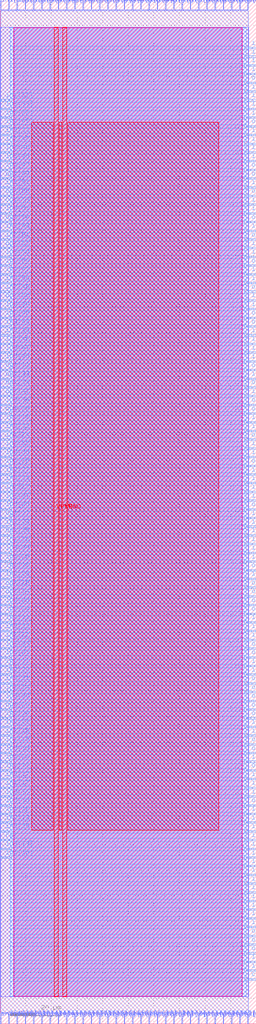
<source format=lef>
VERSION 5.7 ;
  NOWIREEXTENSIONATPIN ON ;
  DIVIDERCHAR "/" ;
  BUSBITCHARS "[]" ;
MACRO add3x64
  CLASS BLOCK ;
  FOREIGN add3x64 ;
  ORIGIN 0.000 0.000 ;
  SIZE 100.000 BY 400.000 ;
  PIN VGND
    DIRECTION INOUT ;
    USE GROUND ;
    PORT
      LAYER met4 ;
        RECT 24.340 10.640 25.940 389.200 ;
    END
  END VGND
  PIN VPWR
    DIRECTION INOUT ;
    USE POWER ;
    PORT
      LAYER met4 ;
        RECT 21.040 10.640 22.640 389.200 ;
    END
  END VPWR
  PIN clk
    DIRECTION INPUT ;
    USE SIGNAL ;
    ANTENNAGATEAREA 1.286700 ;
    ANTENNADIFFAREA 0.434700 ;
    PORT
      LAYER met3 ;
        RECT 96.000 17.040 100.000 17.640 ;
    END
  END clk
  PIN in1[0]
    DIRECTION INPUT ;
    USE SIGNAL ;
    ANTENNAGATEAREA 0.631200 ;
    ANTENNADIFFAREA 0.434700 ;
    PORT
      LAYER met3 ;
        RECT 96.000 37.440 100.000 38.040 ;
    END
  END in1[0]
  PIN in1[10]
    DIRECTION INPUT ;
    USE SIGNAL ;
    ANTENNAGATEAREA 0.593700 ;
    ANTENNADIFFAREA 0.434700 ;
    PORT
      LAYER met2 ;
        RECT 80.590 0.000 80.870 4.000 ;
    END
  END in1[10]
  PIN in1[11]
    DIRECTION INPUT ;
    USE SIGNAL ;
    ANTENNAGATEAREA 0.631200 ;
    ANTENNADIFFAREA 0.434700 ;
    PORT
      LAYER met2 ;
        RECT 54.830 0.000 55.110 4.000 ;
    END
  END in1[11]
  PIN in1[12]
    DIRECTION INPUT ;
    USE SIGNAL ;
    ANTENNAGATEAREA 0.631200 ;
    ANTENNADIFFAREA 0.434700 ;
    PORT
      LAYER met2 ;
        RECT 41.950 0.000 42.230 4.000 ;
    END
  END in1[12]
  PIN in1[13]
    DIRECTION INPUT ;
    USE SIGNAL ;
    ANTENNAGATEAREA 0.560700 ;
    ANTENNADIFFAREA 0.434700 ;
    PORT
      LAYER met2 ;
        RECT 25.850 0.000 26.130 4.000 ;
    END
  END in1[13]
  PIN in1[14]
    DIRECTION INPUT ;
    USE SIGNAL ;
    ANTENNAGATEAREA 0.647700 ;
    ANTENNADIFFAREA 0.434700 ;
    PORT
      LAYER met2 ;
        RECT 16.190 0.000 16.470 4.000 ;
    END
  END in1[14]
  PIN in1[15]
    DIRECTION INPUT ;
    USE SIGNAL ;
    ANTENNAGATEAREA 0.560700 ;
    ANTENNADIFFAREA 0.434700 ;
    PORT
      LAYER met2 ;
        RECT 3.310 0.000 3.590 4.000 ;
    END
  END in1[15]
  PIN in1[16]
    DIRECTION INPUT ;
    USE SIGNAL ;
    ANTENNAGATEAREA 0.647700 ;
    ANTENNADIFFAREA 0.434700 ;
    PORT
      LAYER met3 ;
        RECT 0.000 64.640 4.000 65.240 ;
    END
  END in1[16]
  PIN in1[17]
    DIRECTION INPUT ;
    USE SIGNAL ;
    ANTENNAGATEAREA 0.647700 ;
    ANTENNADIFFAREA 0.434700 ;
    PORT
      LAYER met3 ;
        RECT 0.000 91.840 4.000 92.440 ;
    END
  END in1[17]
  PIN in1[18]
    DIRECTION INPUT ;
    USE SIGNAL ;
    ANTENNAGATEAREA 0.647700 ;
    ANTENNADIFFAREA 0.434700 ;
    PORT
      LAYER met3 ;
        RECT 0.000 81.640 4.000 82.240 ;
    END
  END in1[18]
  PIN in1[19]
    DIRECTION INPUT ;
    USE SIGNAL ;
    ANTENNAGATEAREA 0.560700 ;
    ANTENNADIFFAREA 0.434700 ;
    PORT
      LAYER met3 ;
        RECT 0.000 108.840 4.000 109.440 ;
    END
  END in1[19]
  PIN in1[1]
    DIRECTION INPUT ;
    USE SIGNAL ;
    ANTENNAGATEAREA 0.593700 ;
    ANTENNADIFFAREA 0.434700 ;
    PORT
      LAYER met3 ;
        RECT 96.000 51.040 100.000 51.640 ;
    END
  END in1[1]
  PIN in1[20]
    DIRECTION INPUT ;
    USE SIGNAL ;
    ANTENNAGATEAREA 0.647700 ;
    ANTENNADIFFAREA 0.434700 ;
    PORT
      LAYER met3 ;
        RECT 0.000 102.040 4.000 102.640 ;
    END
  END in1[20]
  PIN in1[21]
    DIRECTION INPUT ;
    USE SIGNAL ;
    ANTENNAGATEAREA 0.647700 ;
    ANTENNADIFFAREA 0.434700 ;
    PORT
      LAYER met3 ;
        RECT 0.000 142.840 4.000 143.440 ;
    END
  END in1[21]
  PIN in1[22]
    DIRECTION INPUT ;
    USE SIGNAL ;
    ANTENNAGATEAREA 0.647700 ;
    ANTENNADIFFAREA 0.434700 ;
    PORT
      LAYER met3 ;
        RECT 0.000 156.440 4.000 157.040 ;
    END
  END in1[22]
  PIN in1[23]
    DIRECTION INPUT ;
    USE SIGNAL ;
    ANTENNAGATEAREA 0.647700 ;
    ANTENNADIFFAREA 0.434700 ;
    PORT
      LAYER met3 ;
        RECT 0.000 146.240 4.000 146.840 ;
    END
  END in1[23]
  PIN in1[24]
    DIRECTION INPUT ;
    USE SIGNAL ;
    ANTENNAGATEAREA 0.631200 ;
    ANTENNADIFFAREA 0.434700 ;
    PORT
      LAYER met3 ;
        RECT 0.000 119.040 4.000 119.640 ;
    END
  END in1[24]
  PIN in1[25]
    DIRECTION INPUT ;
    USE SIGNAL ;
    ANTENNAGATEAREA 0.631200 ;
    ANTENNADIFFAREA 0.434700 ;
    PORT
      LAYER met3 ;
        RECT 0.000 180.240 4.000 180.840 ;
    END
  END in1[25]
  PIN in1[26]
    DIRECTION INPUT ;
    USE SIGNAL ;
    ANTENNAGATEAREA 0.647700 ;
    ANTENNADIFFAREA 0.434700 ;
    PORT
      LAYER met3 ;
        RECT 0.000 187.040 4.000 187.640 ;
    END
  END in1[26]
  PIN in1[27]
    DIRECTION INPUT ;
    USE SIGNAL ;
    ANTENNAGATEAREA 0.560700 ;
    ANTENNADIFFAREA 0.434700 ;
    PORT
      LAYER met3 ;
        RECT 0.000 204.040 4.000 204.640 ;
    END
  END in1[27]
  PIN in1[28]
    DIRECTION INPUT ;
    USE SIGNAL ;
    ANTENNAGATEAREA 0.647700 ;
    ANTENNADIFFAREA 0.434700 ;
    PORT
      LAYER met3 ;
        RECT 0.000 193.840 4.000 194.440 ;
    END
  END in1[28]
  PIN in1[29]
    DIRECTION INPUT ;
    USE SIGNAL ;
    ANTENNAGATEAREA 0.593700 ;
    ANTENNADIFFAREA 0.434700 ;
    PORT
      LAYER met3 ;
        RECT 96.000 20.440 100.000 21.040 ;
    END
  END in1[29]
  PIN in1[2]
    DIRECTION INPUT ;
    USE SIGNAL ;
    ANTENNAGATEAREA 0.631200 ;
    ANTENNADIFFAREA 0.434700 ;
    PORT
      LAYER met3 ;
        RECT 96.000 139.440 100.000 140.040 ;
    END
  END in1[2]
  PIN in1[30]
    DIRECTION INPUT ;
    USE SIGNAL ;
    ANTENNAGATEAREA 0.647700 ;
    ANTENNADIFFAREA 0.434700 ;
    PORT
      LAYER met3 ;
        RECT 96.000 180.240 100.000 180.840 ;
    END
  END in1[30]
  PIN in1[31]
    DIRECTION INPUT ;
    USE SIGNAL ;
    ANTENNAGATEAREA 0.593700 ;
    ANTENNADIFFAREA 0.434700 ;
    PORT
      LAYER met3 ;
        RECT 96.000 380.840 100.000 381.440 ;
    END
  END in1[31]
  PIN in1[32]
    DIRECTION INPUT ;
    USE SIGNAL ;
    ANTENNAGATEAREA 0.647700 ;
    ANTENNADIFFAREA 0.434700 ;
    PORT
      LAYER met3 ;
        RECT 0.000 360.440 4.000 361.040 ;
    END
  END in1[32]
  PIN in1[33]
    DIRECTION INPUT ;
    USE SIGNAL ;
    ANTENNAGATEAREA 0.560700 ;
    ANTENNADIFFAREA 0.434700 ;
    PORT
      LAYER met3 ;
        RECT 0.000 357.040 4.000 357.640 ;
    END
  END in1[33]
  PIN in1[34]
    DIRECTION INPUT ;
    USE SIGNAL ;
    ANTENNAGATEAREA 0.560700 ;
    ANTENNADIFFAREA 0.434700 ;
    PORT
      LAYER met3 ;
        RECT 0.000 227.840 4.000 228.440 ;
    END
  END in1[34]
  PIN in1[35]
    DIRECTION INPUT ;
    USE SIGNAL ;
    ANTENNAGATEAREA 0.647700 ;
    ANTENNADIFFAREA 0.434700 ;
    PORT
      LAYER met3 ;
        RECT 0.000 217.640 4.000 218.240 ;
    END
  END in1[35]
  PIN in1[36]
    DIRECTION INPUT ;
    USE SIGNAL ;
    ANTENNAGATEAREA 0.647700 ;
    ANTENNADIFFAREA 0.434700 ;
    PORT
      LAYER met3 ;
        RECT 96.000 377.440 100.000 378.040 ;
    END
  END in1[36]
  PIN in1[37]
    DIRECTION INPUT ;
    USE SIGNAL ;
    ANTENNAGATEAREA 0.631200 ;
    ANTENNADIFFAREA 0.434700 ;
    PORT
      LAYER met3 ;
        RECT 96.000 207.440 100.000 208.040 ;
    END
  END in1[37]
  PIN in1[38]
    DIRECTION INPUT ;
    USE SIGNAL ;
    ANTENNAGATEAREA 0.647700 ;
    ANTENNADIFFAREA 0.434700 ;
    PORT
      LAYER met3 ;
        RECT 96.000 231.240 100.000 231.840 ;
    END
  END in1[38]
  PIN in1[39]
    DIRECTION INPUT ;
    USE SIGNAL ;
    ANTENNAGATEAREA 0.647700 ;
    ANTENNADIFFAREA 0.434700 ;
    PORT
      LAYER met3 ;
        RECT 96.000 370.640 100.000 371.240 ;
    END
  END in1[39]
  PIN in1[3]
    DIRECTION INPUT ;
    USE SIGNAL ;
    ANTENNAGATEAREA 0.631200 ;
    ANTENNADIFFAREA 0.434700 ;
    PORT
      LAYER met3 ;
        RECT 96.000 64.640 100.000 65.240 ;
    END
  END in1[3]
  PIN in1[40]
    DIRECTION INPUT ;
    USE SIGNAL ;
    ANTENNAGATEAREA 0.631200 ;
    ANTENNADIFFAREA 0.434700 ;
    PORT
      LAYER met3 ;
        RECT 96.000 251.640 100.000 252.240 ;
    END
  END in1[40]
  PIN in1[41]
    DIRECTION INPUT ;
    USE SIGNAL ;
    ANTENNAGATEAREA 0.593700 ;
    ANTENNADIFFAREA 0.434700 ;
    PORT
      LAYER met3 ;
        RECT 96.000 360.440 100.000 361.040 ;
    END
  END in1[41]
  PIN in1[42]
    DIRECTION INPUT ;
    USE SIGNAL ;
    ANTENNAGATEAREA 0.560700 ;
    ANTENNADIFFAREA 0.434700 ;
    PORT
      LAYER met3 ;
        RECT 96.000 357.040 100.000 357.640 ;
    END
  END in1[42]
  PIN in1[43]
    DIRECTION INPUT ;
    USE SIGNAL ;
    ANTENNAGATEAREA 0.631200 ;
    ANTENNADIFFAREA 0.434700 ;
    PORT
      LAYER met3 ;
        RECT 96.000 353.640 100.000 354.240 ;
    END
  END in1[43]
  PIN in1[44]
    DIRECTION INPUT ;
    USE SIGNAL ;
    ANTENNAGATEAREA 0.647700 ;
    ANTENNADIFFAREA 0.434700 ;
    PORT
      LAYER met2 ;
        RECT 58.050 396.000 58.330 400.000 ;
    END
  END in1[44]
  PIN in1[45]
    DIRECTION INPUT ;
    USE SIGNAL ;
    ANTENNAGATEAREA 0.647700 ;
    ANTENNADIFFAREA 0.434700 ;
    PORT
      LAYER met3 ;
        RECT 0.000 350.240 4.000 350.840 ;
    END
  END in1[45]
  PIN in1[46]
    DIRECTION INPUT ;
    USE SIGNAL ;
    ANTENNAGATEAREA 0.647700 ;
    ANTENNADIFFAREA 0.434700 ;
    PORT
      LAYER met3 ;
        RECT 0.000 336.640 4.000 337.240 ;
    END
  END in1[46]
  PIN in1[47]
    DIRECTION INPUT ;
    USE SIGNAL ;
    ANTENNAGATEAREA 0.647700 ;
    ANTENNADIFFAREA 0.434700 ;
    PORT
      LAYER met3 ;
        RECT 0.000 333.240 4.000 333.840 ;
    END
  END in1[47]
  PIN in1[48]
    DIRECTION INPUT ;
    USE SIGNAL ;
    ANTENNAGATEAREA 0.631200 ;
    ANTENNADIFFAREA 0.434700 ;
    PORT
      LAYER met3 ;
        RECT 0.000 309.440 4.000 310.040 ;
    END
  END in1[48]
  PIN in1[49]
    DIRECTION INPUT ;
    USE SIGNAL ;
    ANTENNAGATEAREA 0.631200 ;
    ANTENNADIFFAREA 0.434700 ;
    PORT
      LAYER met3 ;
        RECT 0.000 292.440 4.000 293.040 ;
    END
  END in1[49]
  PIN in1[4]
    DIRECTION INPUT ;
    USE SIGNAL ;
    ANTENNAGATEAREA 0.647700 ;
    ANTENNADIFFAREA 0.434700 ;
    PORT
      LAYER met3 ;
        RECT 96.000 57.840 100.000 58.440 ;
    END
  END in1[4]
  PIN in1[50]
    DIRECTION INPUT ;
    USE SIGNAL ;
    ANTENNAGATEAREA 0.647700 ;
    ANTENNADIFFAREA 0.434700 ;
    PORT
      LAYER met3 ;
        RECT 0.000 299.240 4.000 299.840 ;
    END
  END in1[50]
  PIN in1[51]
    DIRECTION INPUT ;
    USE SIGNAL ;
    ANTENNAGATEAREA 0.647700 ;
    ANTENNADIFFAREA 0.434700 ;
    PORT
      LAYER met3 ;
        RECT 0.000 326.440 4.000 327.040 ;
    END
  END in1[51]
  PIN in1[52]
    DIRECTION INPUT ;
    USE SIGNAL ;
    ANTENNAGATEAREA 0.631200 ;
    ANTENNADIFFAREA 0.434700 ;
    PORT
      LAYER met2 ;
        RECT 0.090 396.000 0.370 400.000 ;
    END
  END in1[52]
  PIN in1[53]
    DIRECTION INPUT ;
    USE SIGNAL ;
    ANTENNAGATEAREA 0.631200 ;
    ANTENNADIFFAREA 0.434700 ;
    PORT
      LAYER met2 ;
        RECT 9.750 396.000 10.030 400.000 ;
    END
  END in1[53]
  PIN in1[54]
    DIRECTION INPUT ;
    USE SIGNAL ;
    ANTENNAGATEAREA 0.647700 ;
    ANTENNADIFFAREA 0.434700 ;
    PORT
      LAYER met2 ;
        RECT 19.410 396.000 19.690 400.000 ;
    END
  END in1[54]
  PIN in1[55]
    DIRECTION INPUT ;
    USE SIGNAL ;
    ANTENNAGATEAREA 0.631200 ;
    ANTENNADIFFAREA 0.434700 ;
    PORT
      LAYER met2 ;
        RECT 29.070 396.000 29.350 400.000 ;
    END
  END in1[55]
  PIN in1[56]
    DIRECTION INPUT ;
    USE SIGNAL ;
    ANTENNAGATEAREA 0.631200 ;
    ANTENNADIFFAREA 0.434700 ;
    PORT
      LAYER met2 ;
        RECT 54.830 396.000 55.110 400.000 ;
    END
  END in1[56]
  PIN in1[57]
    DIRECTION INPUT ;
    USE SIGNAL ;
    ANTENNAGATEAREA 0.631200 ;
    ANTENNADIFFAREA 0.434700 ;
    PORT
      LAYER met2 ;
        RECT 70.930 396.000 71.210 400.000 ;
    END
  END in1[57]
  PIN in1[58]
    DIRECTION INPUT ;
    USE SIGNAL ;
    ANTENNAGATEAREA 0.631200 ;
    ANTENNADIFFAREA 0.434700 ;
    PORT
      LAYER met2 ;
        RECT 80.590 396.000 80.870 400.000 ;
    END
  END in1[58]
  PIN in1[59]
    DIRECTION INPUT ;
    USE SIGNAL ;
    ANTENNAGATEAREA 0.631200 ;
    ANTENNADIFFAREA 0.434700 ;
    PORT
      LAYER met2 ;
        RECT 87.030 396.000 87.310 400.000 ;
    END
  END in1[59]
  PIN in1[5]
    DIRECTION INPUT ;
    USE SIGNAL ;
    ANTENNAGATEAREA 0.647700 ;
    ANTENNADIFFAREA 0.434700 ;
    PORT
      LAYER met3 ;
        RECT 96.000 68.040 100.000 68.640 ;
    END
  END in1[5]
  PIN in1[60]
    DIRECTION INPUT ;
    USE SIGNAL ;
    ANTENNAGATEAREA 0.631200 ;
    ANTENNADIFFAREA 0.434700 ;
    PORT
      LAYER met3 ;
        RECT 96.000 336.640 100.000 337.240 ;
    END
  END in1[60]
  PIN in1[61]
    DIRECTION INPUT ;
    USE SIGNAL ;
    ANTENNAGATEAREA 0.631200 ;
    ANTENNADIFFAREA 0.434700 ;
    PORT
      LAYER met3 ;
        RECT 96.000 302.640 100.000 303.240 ;
    END
  END in1[61]
  PIN in1[62]
    DIRECTION INPUT ;
    USE SIGNAL ;
    ANTENNAGATEAREA 0.631200 ;
    ANTENNADIFFAREA 0.434700 ;
    PORT
      LAYER met3 ;
        RECT 96.000 346.840 100.000 347.440 ;
    END
  END in1[62]
  PIN in1[63]
    DIRECTION INPUT ;
    USE SIGNAL ;
    ANTENNAGATEAREA 0.631200 ;
    ANTENNADIFFAREA 0.434700 ;
    PORT
      LAYER met3 ;
        RECT 96.000 278.840 100.000 279.440 ;
    END
  END in1[63]
  PIN in1[6]
    DIRECTION INPUT ;
    USE SIGNAL ;
    ANTENNAGATEAREA 0.647700 ;
    ANTENNADIFFAREA 0.434700 ;
    PORT
      LAYER met3 ;
        RECT 96.000 74.840 100.000 75.440 ;
    END
  END in1[6]
  PIN in1[7]
    DIRECTION INPUT ;
    USE SIGNAL ;
    ANTENNAGATEAREA 0.631200 ;
    ANTENNADIFFAREA 0.434700 ;
    PORT
      LAYER met2 ;
        RECT 70.930 0.000 71.210 4.000 ;
    END
  END in1[7]
  PIN in1[8]
    DIRECTION INPUT ;
    USE SIGNAL ;
    ANTENNAGATEAREA 0.560700 ;
    ANTENNADIFFAREA 0.434700 ;
    PORT
      LAYER met3 ;
        RECT 96.000 78.240 100.000 78.840 ;
    END
  END in1[8]
  PIN in1[9]
    DIRECTION INPUT ;
    USE SIGNAL ;
    ANTENNAGATEAREA 0.560700 ;
    ANTENNADIFFAREA 0.434700 ;
    PORT
      LAYER met2 ;
        RECT 96.690 0.000 96.970 4.000 ;
    END
  END in1[9]
  PIN in2[0]
    DIRECTION INPUT ;
    USE SIGNAL ;
    ANTENNAGATEAREA 0.631200 ;
    ANTENNADIFFAREA 0.434700 ;
    PORT
      LAYER met3 ;
        RECT 96.000 40.840 100.000 41.440 ;
    END
  END in2[0]
  PIN in2[10]
    DIRECTION INPUT ;
    USE SIGNAL ;
    ANTENNAGATEAREA 0.593700 ;
    ANTENNADIFFAREA 0.434700 ;
    PORT
      LAYER met2 ;
        RECT 87.030 0.000 87.310 4.000 ;
    END
  END in2[10]
  PIN in2[11]
    DIRECTION INPUT ;
    USE SIGNAL ;
    ANTENNAGATEAREA 0.631200 ;
    ANTENNADIFFAREA 0.434700 ;
    PORT
      LAYER met2 ;
        RECT 64.490 0.000 64.770 4.000 ;
    END
  END in2[11]
  PIN in2[12]
    DIRECTION INPUT ;
    USE SIGNAL ;
    ANTENNAGATEAREA 0.631200 ;
    ANTENNADIFFAREA 0.434700 ;
    PORT
      LAYER met2 ;
        RECT 35.510 0.000 35.790 4.000 ;
    END
  END in2[12]
  PIN in2[13]
    DIRECTION INPUT ;
    USE SIGNAL ;
    ANTENNAGATEAREA 0.560700 ;
    ANTENNADIFFAREA 0.434700 ;
    PORT
      LAYER met2 ;
        RECT 29.070 0.000 29.350 4.000 ;
    END
  END in2[13]
  PIN in2[14]
    DIRECTION INPUT ;
    USE SIGNAL ;
    ANTENNAGATEAREA 0.647700 ;
    ANTENNADIFFAREA 0.434700 ;
    PORT
      LAYER met2 ;
        RECT 19.410 0.000 19.690 4.000 ;
    END
  END in2[14]
  PIN in2[15]
    DIRECTION INPUT ;
    USE SIGNAL ;
    ANTENNAGATEAREA 0.560700 ;
    ANTENNADIFFAREA 0.434700 ;
    PORT
      LAYER met2 ;
        RECT 9.750 0.000 10.030 4.000 ;
    END
  END in2[15]
  PIN in2[16]
    DIRECTION INPUT ;
    USE SIGNAL ;
    ANTENNAGATEAREA 0.647700 ;
    ANTENNADIFFAREA 0.434700 ;
    PORT
      LAYER met3 ;
        RECT 0.000 88.440 4.000 89.040 ;
    END
  END in2[16]
  PIN in2[17]
    DIRECTION INPUT ;
    USE SIGNAL ;
    ANTENNAGATEAREA 0.647700 ;
    ANTENNADIFFAREA 0.434700 ;
    PORT
      LAYER met3 ;
        RECT 0.000 95.240 4.000 95.840 ;
    END
  END in2[17]
  PIN in2[18]
    DIRECTION INPUT ;
    USE SIGNAL ;
    ANTENNAGATEAREA 0.647700 ;
    ANTENNADIFFAREA 0.434700 ;
    PORT
      LAYER met3 ;
        RECT 0.000 78.240 4.000 78.840 ;
    END
  END in2[18]
  PIN in2[19]
    DIRECTION INPUT ;
    USE SIGNAL ;
    ANTENNAGATEAREA 0.560700 ;
    ANTENNADIFFAREA 0.434700 ;
    PORT
      LAYER met3 ;
        RECT 0.000 112.240 4.000 112.840 ;
    END
  END in2[19]
  PIN in2[1]
    DIRECTION INPUT ;
    USE SIGNAL ;
    ANTENNAGATEAREA 0.593700 ;
    ANTENNADIFFAREA 0.434700 ;
    PORT
      LAYER met3 ;
        RECT 96.000 47.640 100.000 48.240 ;
    END
  END in2[1]
  PIN in2[20]
    DIRECTION INPUT ;
    USE SIGNAL ;
    ANTENNAGATEAREA 0.647700 ;
    ANTENNADIFFAREA 0.434700 ;
    PORT
      LAYER met3 ;
        RECT 0.000 136.040 4.000 136.640 ;
    END
  END in2[20]
  PIN in2[21]
    DIRECTION INPUT ;
    USE SIGNAL ;
    ANTENNAGATEAREA 0.647700 ;
    ANTENNADIFFAREA 0.434700 ;
    PORT
      LAYER met3 ;
        RECT 0.000 115.640 4.000 116.240 ;
    END
  END in2[21]
  PIN in2[22]
    DIRECTION INPUT ;
    USE SIGNAL ;
    ANTENNAGATEAREA 0.560700 ;
    ANTENNADIFFAREA 0.434700 ;
    PORT
      LAYER met3 ;
        RECT 0.000 153.040 4.000 153.640 ;
    END
  END in2[22]
  PIN in2[23]
    DIRECTION INPUT ;
    USE SIGNAL ;
    ANTENNAGATEAREA 0.647700 ;
    ANTENNADIFFAREA 0.434700 ;
    PORT
      LAYER met3 ;
        RECT 0.000 149.640 4.000 150.240 ;
    END
  END in2[23]
  PIN in2[24]
    DIRECTION INPUT ;
    USE SIGNAL ;
    ANTENNAGATEAREA 0.631200 ;
    ANTENNADIFFAREA 0.434700 ;
    PORT
      LAYER met3 ;
        RECT 0.000 129.240 4.000 129.840 ;
    END
  END in2[24]
  PIN in2[25]
    DIRECTION INPUT ;
    USE SIGNAL ;
    ANTENNAGATEAREA 0.560700 ;
    ANTENNADIFFAREA 0.434700 ;
    PORT
      LAYER met3 ;
        RECT 0.000 74.840 4.000 75.440 ;
    END
  END in2[25]
  PIN in2[26]
    DIRECTION INPUT ;
    USE SIGNAL ;
    ANTENNAGATEAREA 0.647700 ;
    ANTENNADIFFAREA 0.434700 ;
    PORT
      LAYER met3 ;
        RECT 0.000 163.240 4.000 163.840 ;
    END
  END in2[26]
  PIN in2[27]
    DIRECTION INPUT ;
    USE SIGNAL ;
    ANTENNAGATEAREA 0.647700 ;
    ANTENNADIFFAREA 0.434700 ;
    PORT
      LAYER met3 ;
        RECT 0.000 214.240 4.000 214.840 ;
    END
  END in2[27]
  PIN in2[28]
    DIRECTION INPUT ;
    USE SIGNAL ;
    ANTENNAGATEAREA 0.647700 ;
    ANTENNADIFFAREA 0.434700 ;
    PORT
      LAYER met3 ;
        RECT 0.000 173.440 4.000 174.040 ;
    END
  END in2[28]
  PIN in2[29]
    DIRECTION INPUT ;
    USE SIGNAL ;
    ANTENNAGATEAREA 0.560700 ;
    ANTENNADIFFAREA 0.434700 ;
    PORT
      LAYER met3 ;
        RECT 96.000 190.440 100.000 191.040 ;
    END
  END in2[29]
  PIN in2[2]
    DIRECTION INPUT ;
    USE SIGNAL ;
    ANTENNAGATEAREA 0.631200 ;
    ANTENNADIFFAREA 0.434700 ;
    PORT
      LAYER met3 ;
        RECT 96.000 153.040 100.000 153.640 ;
    END
  END in2[2]
  PIN in2[30]
    DIRECTION INPUT ;
    USE SIGNAL ;
    ANTENNAGATEAREA 0.647700 ;
    ANTENNADIFFAREA 0.434700 ;
    PORT
      LAYER met3 ;
        RECT 96.000 183.640 100.000 184.240 ;
    END
  END in2[30]
  PIN in2[31]
    DIRECTION INPUT ;
    USE SIGNAL ;
    ANTENNAGATEAREA 0.560700 ;
    ANTENNADIFFAREA 0.434700 ;
    PORT
      LAYER met3 ;
        RECT 96.000 193.840 100.000 194.440 ;
    END
  END in2[31]
  PIN in2[32]
    DIRECTION INPUT ;
    USE SIGNAL ;
    ANTENNAGATEAREA 0.560700 ;
    ANTENNADIFFAREA 0.434700 ;
    PORT
      LAYER met3 ;
        RECT 0.000 224.440 4.000 225.040 ;
    END
  END in2[32]
  PIN in2[33]
    DIRECTION INPUT ;
    USE SIGNAL ;
    ANTENNAGATEAREA 0.560700 ;
    ANTENNADIFFAREA 0.434700 ;
    PORT
      LAYER met3 ;
        RECT 0.000 346.840 4.000 347.440 ;
    END
  END in2[33]
  PIN in2[34]
    DIRECTION INPUT ;
    USE SIGNAL ;
    ANTENNAGATEAREA 0.560700 ;
    ANTENNADIFFAREA 0.434700 ;
    PORT
      LAYER met3 ;
        RECT 0.000 241.440 4.000 242.040 ;
    END
  END in2[34]
  PIN in2[35]
    DIRECTION INPUT ;
    USE SIGNAL ;
    ANTENNAGATEAREA 0.647700 ;
    ANTENNADIFFAREA 0.434700 ;
    PORT
      LAYER met3 ;
        RECT 0.000 221.040 4.000 221.640 ;
    END
  END in2[35]
  PIN in2[36]
    DIRECTION INPUT ;
    USE SIGNAL ;
    ANTENNAGATEAREA 0.631200 ;
    ANTENNADIFFAREA 0.434700 ;
    PORT
      LAYER met3 ;
        RECT 96.000 210.840 100.000 211.440 ;
    END
  END in2[36]
  PIN in2[37]
    DIRECTION INPUT ;
    USE SIGNAL ;
    ANTENNAGATEAREA 0.631200 ;
    ANTENNADIFFAREA 0.434700 ;
    PORT
      LAYER met3 ;
        RECT 96.000 204.040 100.000 204.640 ;
    END
  END in2[37]
  PIN in2[38]
    DIRECTION INPUT ;
    USE SIGNAL ;
    ANTENNAGATEAREA 0.647700 ;
    ANTENNADIFFAREA 0.434700 ;
    PORT
      LAYER met3 ;
        RECT 96.000 244.840 100.000 245.440 ;
    END
  END in2[38]
  PIN in2[39]
    DIRECTION INPUT ;
    USE SIGNAL ;
    ANTENNAGATEAREA 0.631200 ;
    ANTENNADIFFAREA 0.434700 ;
    PORT
      LAYER met3 ;
        RECT 96.000 234.640 100.000 235.240 ;
    END
  END in2[39]
  PIN in2[3]
    DIRECTION INPUT ;
    USE SIGNAL ;
    ANTENNAGATEAREA 0.631200 ;
    ANTENNADIFFAREA 0.434700 ;
    PORT
      LAYER met3 ;
        RECT 96.000 71.440 100.000 72.040 ;
    END
  END in2[3]
  PIN in2[40]
    DIRECTION INPUT ;
    USE SIGNAL ;
    ANTENNAGATEAREA 0.647700 ;
    ANTENNADIFFAREA 0.434700 ;
    PORT
      LAYER met3 ;
        RECT 96.000 363.840 100.000 364.440 ;
    END
  END in2[40]
  PIN in2[41]
    DIRECTION INPUT ;
    USE SIGNAL ;
    ANTENNAGATEAREA 0.593700 ;
    ANTENNADIFFAREA 0.434700 ;
    PORT
      LAYER met3 ;
        RECT 96.000 261.840 100.000 262.440 ;
    END
  END in2[41]
  PIN in2[42]
    DIRECTION INPUT ;
    USE SIGNAL ;
    ANTENNAGATEAREA 0.631200 ;
    ANTENNADIFFAREA 0.434700 ;
    PORT
      LAYER met3 ;
        RECT 96.000 268.640 100.000 269.240 ;
    END
  END in2[42]
  PIN in2[43]
    DIRECTION INPUT ;
    USE SIGNAL ;
    ANTENNAGATEAREA 0.631200 ;
    ANTENNADIFFAREA 0.434700 ;
    PORT
      LAYER met3 ;
        RECT 96.000 299.240 100.000 299.840 ;
    END
  END in2[43]
  PIN in2[44]
    DIRECTION INPUT ;
    USE SIGNAL ;
    ANTENNAGATEAREA 0.647700 ;
    ANTENNADIFFAREA 0.434700 ;
    PORT
      LAYER met2 ;
        RECT 41.950 396.000 42.230 400.000 ;
    END
  END in2[44]
  PIN in2[45]
    DIRECTION INPUT ;
    USE SIGNAL ;
    ANTENNAGATEAREA 0.560700 ;
    ANTENNADIFFAREA 0.434700 ;
    PORT
      LAYER met3 ;
        RECT 0.000 275.440 4.000 276.040 ;
    END
  END in2[45]
  PIN in2[46]
    DIRECTION INPUT ;
    USE SIGNAL ;
    ANTENNAGATEAREA 0.647700 ;
    ANTENNADIFFAREA 0.434700 ;
    PORT
      LAYER met3 ;
        RECT 0.000 340.040 4.000 340.640 ;
    END
  END in2[46]
  PIN in2[47]
    DIRECTION INPUT ;
    USE SIGNAL ;
    ANTENNAGATEAREA 0.560700 ;
    ANTENNADIFFAREA 0.434700 ;
    PORT
      LAYER met3 ;
        RECT 0.000 261.840 4.000 262.440 ;
    END
  END in2[47]
  PIN in2[48]
    DIRECTION INPUT ;
    USE SIGNAL ;
    ANTENNAGATEAREA 0.631200 ;
    ANTENNADIFFAREA 0.434700 ;
    PORT
      LAYER met3 ;
        RECT 0.000 268.640 4.000 269.240 ;
    END
  END in2[48]
  PIN in2[49]
    DIRECTION INPUT ;
    USE SIGNAL ;
    ANTENNAGATEAREA 0.631200 ;
    ANTENNADIFFAREA 0.434700 ;
    PORT
      LAYER met3 ;
        RECT 0.000 278.840 4.000 279.440 ;
    END
  END in2[49]
  PIN in2[4]
    DIRECTION INPUT ;
    USE SIGNAL ;
    ANTENNAGATEAREA 0.647700 ;
    ANTENNADIFFAREA 0.434700 ;
    PORT
      LAYER met3 ;
        RECT 96.000 54.440 100.000 55.040 ;
    END
  END in2[4]
  PIN in2[50]
    DIRECTION INPUT ;
    USE SIGNAL ;
    ANTENNAGATEAREA 0.647700 ;
    ANTENNADIFFAREA 0.434700 ;
    PORT
      LAYER met3 ;
        RECT 0.000 295.840 4.000 296.440 ;
    END
  END in2[50]
  PIN in2[51]
    DIRECTION INPUT ;
    USE SIGNAL ;
    ANTENNAGATEAREA 0.647700 ;
    ANTENNADIFFAREA 0.434700 ;
    PORT
      LAYER met3 ;
        RECT 0.000 316.240 4.000 316.840 ;
    END
  END in2[51]
  PIN in2[52]
    DIRECTION INPUT ;
    USE SIGNAL ;
    ANTENNAGATEAREA 0.631200 ;
    ANTENNADIFFAREA 0.434700 ;
    PORT
      LAYER met2 ;
        RECT 3.310 396.000 3.590 400.000 ;
    END
  END in2[52]
  PIN in2[53]
    DIRECTION INPUT ;
    USE SIGNAL ;
    ANTENNAGATEAREA 0.631200 ;
    ANTENNADIFFAREA 0.434700 ;
    PORT
      LAYER met2 ;
        RECT 12.970 396.000 13.250 400.000 ;
    END
  END in2[53]
  PIN in2[54]
    DIRECTION INPUT ;
    USE SIGNAL ;
    ANTENNAGATEAREA 0.647700 ;
    ANTENNADIFFAREA 0.434700 ;
    PORT
      LAYER met2 ;
        RECT 25.850 396.000 26.130 400.000 ;
    END
  END in2[54]
  PIN in2[55]
    DIRECTION INPUT ;
    USE SIGNAL ;
    ANTENNAGATEAREA 0.631200 ;
    ANTENNADIFFAREA 0.434700 ;
    PORT
      LAYER met2 ;
        RECT 32.290 396.000 32.570 400.000 ;
    END
  END in2[55]
  PIN in2[56]
    DIRECTION INPUT ;
    USE SIGNAL ;
    ANTENNAGATEAREA 0.631200 ;
    ANTENNADIFFAREA 0.434700 ;
    PORT
      LAYER met2 ;
        RECT 51.610 396.000 51.890 400.000 ;
    END
  END in2[56]
  PIN in2[57]
    DIRECTION INPUT ;
    USE SIGNAL ;
    ANTENNAGATEAREA 0.631200 ;
    ANTENNADIFFAREA 0.434700 ;
    PORT
      LAYER met2 ;
        RECT 67.710 396.000 67.990 400.000 ;
    END
  END in2[57]
  PIN in2[58]
    DIRECTION INPUT ;
    USE SIGNAL ;
    ANTENNAGATEAREA 0.631200 ;
    ANTENNADIFFAREA 0.434700 ;
    PORT
      LAYER met2 ;
        RECT 83.810 396.000 84.090 400.000 ;
    END
  END in2[58]
  PIN in2[59]
    DIRECTION INPUT ;
    USE SIGNAL ;
    ANTENNAGATEAREA 0.631200 ;
    ANTENNADIFFAREA 0.434700 ;
    PORT
      LAYER met2 ;
        RECT 93.470 396.000 93.750 400.000 ;
    END
  END in2[59]
  PIN in2[5]
    DIRECTION INPUT ;
    USE SIGNAL ;
    ANTENNAGATEAREA 0.647700 ;
    ANTENNADIFFAREA 0.434700 ;
    PORT
      LAYER met3 ;
        RECT 96.000 115.640 100.000 116.240 ;
    END
  END in2[5]
  PIN in2[60]
    DIRECTION INPUT ;
    USE SIGNAL ;
    ANTENNAGATEAREA 0.631200 ;
    ANTENNADIFFAREA 0.434700 ;
    PORT
      LAYER met3 ;
        RECT 96.000 340.040 100.000 340.640 ;
    END
  END in2[60]
  PIN in2[61]
    DIRECTION INPUT ;
    USE SIGNAL ;
    ANTENNAGATEAREA 0.631200 ;
    ANTENNADIFFAREA 0.434700 ;
    PORT
      LAYER met3 ;
        RECT 96.000 343.440 100.000 344.040 ;
    END
  END in2[61]
  PIN in2[62]
    DIRECTION INPUT ;
    USE SIGNAL ;
    ANTENNAGATEAREA 0.631200 ;
    ANTENNADIFFAREA 0.434700 ;
    PORT
      LAYER met3 ;
        RECT 96.000 319.640 100.000 320.240 ;
    END
  END in2[62]
  PIN in2[63]
    DIRECTION INPUT ;
    USE SIGNAL ;
    ANTENNAGATEAREA 0.631200 ;
    ANTENNADIFFAREA 0.434700 ;
    PORT
      LAYER met3 ;
        RECT 96.000 292.440 100.000 293.040 ;
    END
  END in2[63]
  PIN in2[6]
    DIRECTION INPUT ;
    USE SIGNAL ;
    ANTENNAGATEAREA 0.647700 ;
    ANTENNADIFFAREA 0.434700 ;
    PORT
      LAYER met3 ;
        RECT 96.000 102.040 100.000 102.640 ;
    END
  END in2[6]
  PIN in2[7]
    DIRECTION INPUT ;
    USE SIGNAL ;
    ANTENNAGATEAREA 0.631200 ;
    ANTENNADIFFAREA 0.434700 ;
    PORT
      LAYER met2 ;
        RECT 67.710 0.000 67.990 4.000 ;
    END
  END in2[7]
  PIN in2[8]
    DIRECTION INPUT ;
    USE SIGNAL ;
    ANTENNAGATEAREA 0.560700 ;
    ANTENNADIFFAREA 0.434700 ;
    PORT
      LAYER met3 ;
        RECT 96.000 88.440 100.000 89.040 ;
    END
  END in2[8]
  PIN in2[9]
    DIRECTION INPUT ;
    USE SIGNAL ;
    ANTENNAGATEAREA 0.560700 ;
    ANTENNADIFFAREA 0.434700 ;
    PORT
      LAYER met2 ;
        RECT 93.470 0.000 93.750 4.000 ;
    END
  END in2[9]
  PIN in3[0]
    DIRECTION INPUT ;
    USE SIGNAL ;
    ANTENNAGATEAREA 0.631200 ;
    ANTENNADIFFAREA 0.434700 ;
    PORT
      LAYER met3 ;
        RECT 96.000 23.840 100.000 24.440 ;
    END
  END in3[0]
  PIN in3[10]
    DIRECTION INPUT ;
    USE SIGNAL ;
    ANTENNAGATEAREA 0.647700 ;
    ANTENNADIFFAREA 0.434700 ;
    PORT
      LAYER met2 ;
        RECT 83.810 0.000 84.090 4.000 ;
    END
  END in3[10]
  PIN in3[11]
    DIRECTION INPUT ;
    USE SIGNAL ;
    ANTENNAGATEAREA 0.631200 ;
    ANTENNADIFFAREA 0.434700 ;
    PORT
      LAYER met2 ;
        RECT 74.150 0.000 74.430 4.000 ;
    END
  END in3[11]
  PIN in3[12]
    DIRECTION INPUT ;
    USE SIGNAL ;
    ANTENNAGATEAREA 0.631200 ;
    ANTENNADIFFAREA 0.434700 ;
    PORT
      LAYER met2 ;
        RECT 38.730 0.000 39.010 4.000 ;
    END
  END in3[12]
  PIN in3[13]
    DIRECTION INPUT ;
    USE SIGNAL ;
    ANTENNAGATEAREA 0.631200 ;
    ANTENNADIFFAREA 0.434700 ;
    PORT
      LAYER met2 ;
        RECT 22.630 0.000 22.910 4.000 ;
    END
  END in3[13]
  PIN in3[14]
    DIRECTION INPUT ;
    USE SIGNAL ;
    ANTENNAGATEAREA 0.560700 ;
    ANTENNADIFFAREA 0.434700 ;
    PORT
      LAYER met2 ;
        RECT 12.970 0.000 13.250 4.000 ;
    END
  END in3[14]
  PIN in3[15]
    DIRECTION INPUT ;
    USE SIGNAL ;
    ANTENNAGATEAREA 0.631200 ;
    ANTENNADIFFAREA 0.434700 ;
    PORT
      LAYER met2 ;
        RECT 0.090 0.000 0.370 4.000 ;
    END
  END in3[15]
  PIN in3[16]
    DIRECTION INPUT ;
    USE SIGNAL ;
    ANTENNAGATEAREA 0.631200 ;
    ANTENNADIFFAREA 0.434700 ;
    PORT
      LAYER met3 ;
        RECT 0.000 85.040 4.000 85.640 ;
    END
  END in3[16]
  PIN in3[17]
    DIRECTION INPUT ;
    USE SIGNAL ;
    ANTENNAGATEAREA 0.631200 ;
    ANTENNADIFFAREA 0.434700 ;
    PORT
      LAYER met3 ;
        RECT 0.000 98.640 4.000 99.240 ;
    END
  END in3[17]
  PIN in3[18]
    DIRECTION INPUT ;
    USE SIGNAL ;
    ANTENNAGATEAREA 0.631200 ;
    ANTENNADIFFAREA 0.434700 ;
    PORT
      LAYER met3 ;
        RECT 0.000 105.440 4.000 106.040 ;
    END
  END in3[18]
  PIN in3[19]
    DIRECTION INPUT ;
    USE SIGNAL ;
    ANTENNAGATEAREA 0.631200 ;
    ANTENNADIFFAREA 0.434700 ;
    PORT
      LAYER met3 ;
        RECT 0.000 68.040 4.000 68.640 ;
    END
  END in3[19]
  PIN in3[1]
    DIRECTION INPUT ;
    USE SIGNAL ;
    ANTENNAGATEAREA 0.631200 ;
    ANTENNADIFFAREA 0.434700 ;
    PORT
      LAYER met3 ;
        RECT 96.000 44.240 100.000 44.840 ;
    END
  END in3[1]
  PIN in3[20]
    DIRECTION INPUT ;
    USE SIGNAL ;
    ANTENNAGATEAREA 0.631200 ;
    ANTENNADIFFAREA 0.434700 ;
    PORT
      LAYER met3 ;
        RECT 0.000 125.840 4.000 126.440 ;
    END
  END in3[20]
  PIN in3[21]
    DIRECTION INPUT ;
    USE SIGNAL ;
    ANTENNAGATEAREA 0.631200 ;
    ANTENNADIFFAREA 0.434700 ;
    PORT
      LAYER met3 ;
        RECT 0.000 132.640 4.000 133.240 ;
    END
  END in3[21]
  PIN in3[22]
    DIRECTION INPUT ;
    USE SIGNAL ;
    ANTENNAGATEAREA 0.560700 ;
    ANTENNADIFFAREA 0.434700 ;
    PORT
      LAYER met3 ;
        RECT 96.000 156.440 100.000 157.040 ;
    END
  END in3[22]
  PIN in3[23]
    DIRECTION INPUT ;
    USE SIGNAL ;
    ANTENNAGATEAREA 0.631200 ;
    ANTENNADIFFAREA 0.434700 ;
    PORT
      LAYER met3 ;
        RECT 0.000 139.440 4.000 140.040 ;
    END
  END in3[23]
  PIN in3[24]
    DIRECTION INPUT ;
    USE SIGNAL ;
    ANTENNAGATEAREA 0.631200 ;
    ANTENNADIFFAREA 0.434700 ;
    PORT
      LAYER met3 ;
        RECT 0.000 159.840 4.000 160.440 ;
    END
  END in3[24]
  PIN in3[25]
    DIRECTION INPUT ;
    USE SIGNAL ;
    ANTENNAGATEAREA 0.631200 ;
    ANTENNADIFFAREA 0.434700 ;
    PORT
      LAYER met3 ;
        RECT 0.000 176.840 4.000 177.440 ;
    END
  END in3[25]
  PIN in3[26]
    DIRECTION INPUT ;
    USE SIGNAL ;
    ANTENNAGATEAREA 0.631200 ;
    ANTENNADIFFAREA 0.434700 ;
    PORT
      LAYER met3 ;
        RECT 0.000 200.640 4.000 201.240 ;
    END
  END in3[26]
  PIN in3[27]
    DIRECTION INPUT ;
    USE SIGNAL ;
    ANTENNAGATEAREA 0.631200 ;
    ANTENNADIFFAREA 0.434700 ;
    PORT
      LAYER met3 ;
        RECT 0.000 207.440 4.000 208.040 ;
    END
  END in3[27]
  PIN in3[28]
    DIRECTION INPUT ;
    USE SIGNAL ;
    ANTENNAGATEAREA 0.631200 ;
    ANTENNADIFFAREA 0.434700 ;
    PORT
      LAYER met3 ;
        RECT 0.000 183.640 4.000 184.240 ;
    END
  END in3[28]
  PIN in3[29]
    DIRECTION INPUT ;
    USE SIGNAL ;
    ANTENNAGATEAREA 0.631200 ;
    ANTENNADIFFAREA 0.434700 ;
    PORT
      LAYER met3 ;
        RECT 96.000 173.440 100.000 174.040 ;
    END
  END in3[29]
  PIN in3[2]
    DIRECTION INPUT ;
    USE SIGNAL ;
    ANTENNAGATEAREA 0.631200 ;
    ANTENNADIFFAREA 0.434700 ;
    PORT
      LAYER met3 ;
        RECT 96.000 149.640 100.000 150.240 ;
    END
  END in3[2]
  PIN in3[30]
    DIRECTION INPUT ;
    USE SIGNAL ;
    ANTENNAGATEAREA 0.631200 ;
    ANTENNADIFFAREA 0.434700 ;
    PORT
      LAYER met3 ;
        RECT 96.000 187.040 100.000 187.640 ;
    END
  END in3[30]
  PIN in3[31]
    DIRECTION INPUT ;
    USE SIGNAL ;
    ANTENNAGATEAREA 0.631200 ;
    ANTENNADIFFAREA 0.434700 ;
    PORT
      LAYER met3 ;
        RECT 96.000 197.240 100.000 197.840 ;
    END
  END in3[31]
  PIN in3[32]
    DIRECTION INPUT ;
    USE SIGNAL ;
    ANTENNAGATEAREA 0.631200 ;
    ANTENNADIFFAREA 0.434700 ;
    PORT
      LAYER met3 ;
        RECT 0.000 231.240 4.000 231.840 ;
    END
  END in3[32]
  PIN in3[33]
    DIRECTION INPUT ;
    USE SIGNAL ;
    ANTENNAGATEAREA 0.631200 ;
    ANTENNADIFFAREA 0.434700 ;
    PORT
      LAYER met3 ;
        RECT 0.000 353.640 4.000 354.240 ;
    END
  END in3[33]
  PIN in3[34]
    DIRECTION INPUT ;
    USE SIGNAL ;
    ANTENNAGATEAREA 0.631200 ;
    ANTENNADIFFAREA 0.434700 ;
    PORT
      LAYER met3 ;
        RECT 0.000 210.840 4.000 211.440 ;
    END
  END in3[34]
  PIN in3[35]
    DIRECTION INPUT ;
    USE SIGNAL ;
    ANTENNAGATEAREA 0.631200 ;
    ANTENNADIFFAREA 0.434700 ;
    PORT
      LAYER met3 ;
        RECT 0.000 234.640 4.000 235.240 ;
    END
  END in3[35]
  PIN in3[36]
    DIRECTION INPUT ;
    USE SIGNAL ;
    ANTENNAGATEAREA 0.631200 ;
    ANTENNADIFFAREA 0.434700 ;
    PORT
      LAYER met3 ;
        RECT 96.000 214.240 100.000 214.840 ;
    END
  END in3[36]
  PIN in3[37]
    DIRECTION INPUT ;
    USE SIGNAL ;
    ANTENNAGATEAREA 0.631200 ;
    ANTENNADIFFAREA 0.434700 ;
    PORT
      LAYER met3 ;
        RECT 96.000 221.040 100.000 221.640 ;
    END
  END in3[37]
  PIN in3[38]
    DIRECTION INPUT ;
    USE SIGNAL ;
    ANTENNAGATEAREA 0.631200 ;
    ANTENNADIFFAREA 0.434700 ;
    PORT
      LAYER met3 ;
        RECT 96.000 224.440 100.000 225.040 ;
    END
  END in3[38]
  PIN in3[39]
    DIRECTION INPUT ;
    USE SIGNAL ;
    ANTENNAGATEAREA 0.631200 ;
    ANTENNADIFFAREA 0.434700 ;
    PORT
      LAYER met3 ;
        RECT 96.000 258.440 100.000 259.040 ;
    END
  END in3[39]
  PIN in3[3]
    DIRECTION INPUT ;
    USE SIGNAL ;
    ANTENNAGATEAREA 0.631200 ;
    ANTENNADIFFAREA 0.434700 ;
    PORT
      LAYER met3 ;
        RECT 96.000 61.240 100.000 61.840 ;
    END
  END in3[3]
  PIN in3[40]
    DIRECTION INPUT ;
    USE SIGNAL ;
    ANTENNAGATEAREA 0.560700 ;
    ANTENNADIFFAREA 0.434700 ;
    PORT
      LAYER met3 ;
        RECT 96.000 374.040 100.000 374.640 ;
    END
  END in3[40]
  PIN in3[41]
    DIRECTION INPUT ;
    USE SIGNAL ;
    ANTENNAGATEAREA 0.631200 ;
    ANTENNADIFFAREA 0.434700 ;
    PORT
      LAYER met3 ;
        RECT 96.000 265.240 100.000 265.840 ;
    END
  END in3[41]
  PIN in3[42]
    DIRECTION INPUT ;
    USE SIGNAL ;
    ANTENNAGATEAREA 0.631200 ;
    ANTENNADIFFAREA 0.434700 ;
    PORT
      LAYER met3 ;
        RECT 96.000 326.440 100.000 327.040 ;
    END
  END in3[42]
  PIN in3[43]
    DIRECTION INPUT ;
    USE SIGNAL ;
    ANTENNAGATEAREA 0.631200 ;
    ANTENNADIFFAREA 0.434700 ;
    PORT
      LAYER met3 ;
        RECT 96.000 289.040 100.000 289.640 ;
    END
  END in3[43]
  PIN in3[44]
    DIRECTION INPUT ;
    USE SIGNAL ;
    ANTENNAGATEAREA 0.631200 ;
    ANTENNADIFFAREA 0.434700 ;
    PORT
      LAYER met2 ;
        RECT 45.170 396.000 45.450 400.000 ;
    END
  END in3[44]
  PIN in3[45]
    DIRECTION INPUT ;
    USE SIGNAL ;
    ANTENNAGATEAREA 0.647700 ;
    ANTENNADIFFAREA 0.434700 ;
    PORT
      LAYER met3 ;
        RECT 0.000 272.040 4.000 272.640 ;
    END
  END in3[45]
  PIN in3[46]
    DIRECTION INPUT ;
    USE SIGNAL ;
    ANTENNAGATEAREA 0.631200 ;
    ANTENNADIFFAREA 0.434700 ;
    PORT
      LAYER met3 ;
        RECT 0.000 258.440 4.000 259.040 ;
    END
  END in3[46]
  PIN in3[47]
    DIRECTION INPUT ;
    USE SIGNAL ;
    ANTENNAGATEAREA 0.631200 ;
    ANTENNADIFFAREA 0.434700 ;
    PORT
      LAYER met3 ;
        RECT 0.000 343.440 4.000 344.040 ;
    END
  END in3[47]
  PIN in3[48]
    DIRECTION INPUT ;
    USE SIGNAL ;
    ANTENNAGATEAREA 0.631200 ;
    ANTENNADIFFAREA 0.434700 ;
    PORT
      LAYER met3 ;
        RECT 0.000 265.240 4.000 265.840 ;
    END
  END in3[48]
  PIN in3[49]
    DIRECTION INPUT ;
    USE SIGNAL ;
    ANTENNAGATEAREA 0.631200 ;
    ANTENNADIFFAREA 0.434700 ;
    PORT
      LAYER met3 ;
        RECT 0.000 285.640 4.000 286.240 ;
    END
  END in3[49]
  PIN in3[4]
    DIRECTION INPUT ;
    USE SIGNAL ;
    ANTENNAGATEAREA 0.647700 ;
    ANTENNADIFFAREA 0.434700 ;
    PORT
      LAYER met3 ;
        RECT 96.000 136.040 100.000 136.640 ;
    END
  END in3[4]
  PIN in3[50]
    DIRECTION INPUT ;
    USE SIGNAL ;
    ANTENNAGATEAREA 0.631200 ;
    ANTENNADIFFAREA 0.434700 ;
    PORT
      LAYER met3 ;
        RECT 0.000 289.040 4.000 289.640 ;
    END
  END in3[50]
  PIN in3[51]
    DIRECTION INPUT ;
    USE SIGNAL ;
    ANTENNAGATEAREA 0.631200 ;
    ANTENNADIFFAREA 0.434700 ;
    PORT
      LAYER met3 ;
        RECT 0.000 306.040 4.000 306.640 ;
    END
  END in3[51]
  PIN in3[52]
    DIRECTION INPUT ;
    USE SIGNAL ;
    ANTENNAGATEAREA 0.631200 ;
    ANTENNADIFFAREA 0.434700 ;
    PORT
      LAYER met2 ;
        RECT 6.530 396.000 6.810 400.000 ;
    END
  END in3[52]
  PIN in3[53]
    DIRECTION INPUT ;
    USE SIGNAL ;
    ANTENNAGATEAREA 0.631200 ;
    ANTENNADIFFAREA 0.434700 ;
    PORT
      LAYER met2 ;
        RECT 16.190 396.000 16.470 400.000 ;
    END
  END in3[53]
  PIN in3[54]
    DIRECTION INPUT ;
    USE SIGNAL ;
    ANTENNAGATEAREA 0.631200 ;
    ANTENNADIFFAREA 0.434700 ;
    PORT
      LAYER met2 ;
        RECT 22.630 396.000 22.910 400.000 ;
    END
  END in3[54]
  PIN in3[55]
    DIRECTION INPUT ;
    USE SIGNAL ;
    ANTENNAGATEAREA 0.631200 ;
    ANTENNADIFFAREA 0.434700 ;
    PORT
      LAYER met2 ;
        RECT 35.510 396.000 35.790 400.000 ;
    END
  END in3[55]
  PIN in3[56]
    DIRECTION INPUT ;
    USE SIGNAL ;
    ANTENNAGATEAREA 0.631200 ;
    ANTENNADIFFAREA 0.434700 ;
    PORT
      LAYER met2 ;
        RECT 77.370 396.000 77.650 400.000 ;
    END
  END in3[56]
  PIN in3[57]
    DIRECTION INPUT ;
    USE SIGNAL ;
    ANTENNAGATEAREA 0.631200 ;
    ANTENNADIFFAREA 0.434700 ;
    PORT
      LAYER met2 ;
        RECT 61.270 396.000 61.550 400.000 ;
    END
  END in3[57]
  PIN in3[58]
    DIRECTION INPUT ;
    USE SIGNAL ;
    ANTENNAGATEAREA 0.631200 ;
    ANTENNADIFFAREA 0.434700 ;
    PORT
      LAYER met2 ;
        RECT 74.150 396.000 74.430 400.000 ;
    END
  END in3[58]
  PIN in3[59]
    DIRECTION INPUT ;
    USE SIGNAL ;
    ANTENNAGATEAREA 0.631200 ;
    ANTENNADIFFAREA 0.434700 ;
    PORT
      LAYER met2 ;
        RECT 90.250 396.000 90.530 400.000 ;
    END
  END in3[59]
  PIN in3[5]
    DIRECTION INPUT ;
    USE SIGNAL ;
    ANTENNAGATEAREA 0.631200 ;
    ANTENNADIFFAREA 0.434700 ;
    PORT
      LAYER met3 ;
        RECT 96.000 112.240 100.000 112.840 ;
    END
  END in3[5]
  PIN in3[60]
    DIRECTION INPUT ;
    USE SIGNAL ;
    ANTENNAGATEAREA 0.631200 ;
    ANTENNADIFFAREA 0.434700 ;
    PORT
      LAYER met2 ;
        RECT 96.690 396.000 96.970 400.000 ;
    END
  END in3[60]
  PIN in3[61]
    DIRECTION INPUT ;
    USE SIGNAL ;
    ANTENNAGATEAREA 0.631200 ;
    ANTENNADIFFAREA 0.434700 ;
    PORT
      LAYER met3 ;
        RECT 96.000 316.240 100.000 316.840 ;
    END
  END in3[61]
  PIN in3[62]
    DIRECTION INPUT ;
    USE SIGNAL ;
    ANTENNAGATEAREA 0.631200 ;
    ANTENNADIFFAREA 0.434700 ;
    PORT
      LAYER met3 ;
        RECT 96.000 309.440 100.000 310.040 ;
    END
  END in3[62]
  PIN in3[63]
    DIRECTION INPUT ;
    USE SIGNAL ;
    ANTENNAGATEAREA 0.631200 ;
    ANTENNADIFFAREA 0.434700 ;
    PORT
      LAYER met3 ;
        RECT 96.000 282.240 100.000 282.840 ;
    END
  END in3[63]
  PIN in3[6]
    DIRECTION INPUT ;
    USE SIGNAL ;
    ANTENNAGATEAREA 0.647700 ;
    ANTENNADIFFAREA 0.434700 ;
    PORT
      LAYER met3 ;
        RECT 96.000 91.840 100.000 92.440 ;
    END
  END in3[6]
  PIN in3[7]
    DIRECTION INPUT ;
    USE SIGNAL ;
    ANTENNAGATEAREA 0.631200 ;
    ANTENNADIFFAREA 0.434700 ;
    PORT
      LAYER met3 ;
        RECT 96.000 95.240 100.000 95.840 ;
    END
  END in3[7]
  PIN in3[8]
    DIRECTION INPUT ;
    USE SIGNAL ;
    ANTENNAGATEAREA 0.631200 ;
    ANTENNADIFFAREA 0.434700 ;
    PORT
      LAYER met3 ;
        RECT 96.000 81.640 100.000 82.240 ;
    END
  END in3[8]
  PIN in3[9]
    DIRECTION INPUT ;
    USE SIGNAL ;
    ANTENNAGATEAREA 0.631200 ;
    ANTENNADIFFAREA 0.434700 ;
    PORT
      LAYER met2 ;
        RECT 90.250 0.000 90.530 4.000 ;
    END
  END in3[9]
  PIN out[0]
    DIRECTION OUTPUT ;
    USE SIGNAL ;
    ANTENNADIFFAREA 0.445500 ;
    PORT
      LAYER met3 ;
        RECT 96.000 27.240 100.000 27.840 ;
    END
  END out[0]
  PIN out[10]
    DIRECTION OUTPUT ;
    USE SIGNAL ;
    ANTENNADIFFAREA 0.445500 ;
    PORT
      LAYER met2 ;
        RECT 77.370 0.000 77.650 4.000 ;
    END
  END out[10]
  PIN out[11]
    DIRECTION OUTPUT ;
    USE SIGNAL ;
    ANTENNADIFFAREA 0.445500 ;
    PORT
      LAYER met2 ;
        RECT 61.270 0.000 61.550 4.000 ;
    END
  END out[11]
  PIN out[12]
    DIRECTION OUTPUT ;
    USE SIGNAL ;
    ANTENNADIFFAREA 0.445500 ;
    PORT
      LAYER met2 ;
        RECT 58.050 0.000 58.330 4.000 ;
    END
  END out[12]
  PIN out[13]
    DIRECTION OUTPUT ;
    USE SIGNAL ;
    ANTENNADIFFAREA 0.445500 ;
    PORT
      LAYER met2 ;
        RECT 51.610 0.000 51.890 4.000 ;
    END
  END out[13]
  PIN out[14]
    DIRECTION OUTPUT ;
    USE SIGNAL ;
    ANTENNADIFFAREA 0.445500 ;
    PORT
      LAYER met2 ;
        RECT 45.170 0.000 45.450 4.000 ;
    END
  END out[14]
  PIN out[15]
    DIRECTION OUTPUT ;
    USE SIGNAL ;
    ANTENNADIFFAREA 0.445500 ;
    PORT
      LAYER met2 ;
        RECT 6.530 0.000 6.810 4.000 ;
    END
  END out[15]
  PIN out[16]
    DIRECTION OUTPUT ;
    USE SIGNAL ;
    ANTENNADIFFAREA 0.445500 ;
    PORT
      LAYER met2 ;
        RECT 48.390 0.000 48.670 4.000 ;
    END
  END out[16]
  PIN out[17]
    DIRECTION OUTPUT ;
    USE SIGNAL ;
    ANTENNADIFFAREA 0.445500 ;
    PORT
      LAYER met2 ;
        RECT 32.290 0.000 32.570 4.000 ;
    END
  END out[17]
  PIN out[18]
    DIRECTION OUTPUT ;
    USE SIGNAL ;
    ANTENNADIFFAREA 0.445500 ;
    PORT
      LAYER met3 ;
        RECT 96.000 105.440 100.000 106.040 ;
    END
  END out[18]
  PIN out[19]
    DIRECTION OUTPUT ;
    USE SIGNAL ;
    ANTENNADIFFAREA 0.445500 ;
    PORT
      LAYER met3 ;
        RECT 96.000 119.040 100.000 119.640 ;
    END
  END out[19]
  PIN out[1]
    DIRECTION OUTPUT ;
    USE SIGNAL ;
    ANTENNADIFFAREA 0.445500 ;
    PORT
      LAYER met3 ;
        RECT 96.000 163.240 100.000 163.840 ;
    END
  END out[1]
  PIN out[20]
    DIRECTION OUTPUT ;
    USE SIGNAL ;
    ANTENNADIFFAREA 0.445500 ;
    PORT
      LAYER met3 ;
        RECT 0.000 122.440 4.000 123.040 ;
    END
  END out[20]
  PIN out[21]
    DIRECTION OUTPUT ;
    USE SIGNAL ;
    ANTENNADIFFAREA 0.445500 ;
    PORT
      LAYER met3 ;
        RECT 96.000 129.240 100.000 129.840 ;
    END
  END out[21]
  PIN out[22]
    DIRECTION OUTPUT ;
    USE SIGNAL ;
    ANTENNADIFFAREA 0.445500 ;
    PORT
      LAYER met3 ;
        RECT 96.000 125.840 100.000 126.440 ;
    END
  END out[22]
  PIN out[23]
    DIRECTION OUTPUT ;
    USE SIGNAL ;
    ANTENNADIFFAREA 0.445500 ;
    PORT
      LAYER met3 ;
        RECT 96.000 142.840 100.000 143.440 ;
    END
  END out[23]
  PIN out[24]
    DIRECTION OUTPUT ;
    USE SIGNAL ;
    ANTENNADIFFAREA 0.445500 ;
    PORT
      LAYER met3 ;
        RECT 0.000 166.640 4.000 167.240 ;
    END
  END out[24]
  PIN out[25]
    DIRECTION OUTPUT ;
    USE SIGNAL ;
    ANTENNADIFFAREA 0.445500 ;
    PORT
      LAYER met3 ;
        RECT 0.000 170.040 4.000 170.640 ;
    END
  END out[25]
  PIN out[26]
    DIRECTION OUTPUT ;
    USE SIGNAL ;
    ANTENNADIFFAREA 0.445500 ;
    PORT
      LAYER met3 ;
        RECT 0.000 190.440 4.000 191.040 ;
    END
  END out[26]
  PIN out[27]
    DIRECTION OUTPUT ;
    USE SIGNAL ;
    ANTENNADIFFAREA 0.445500 ;
    PORT
      LAYER met3 ;
        RECT 0.000 197.240 4.000 197.840 ;
    END
  END out[27]
  PIN out[28]
    DIRECTION OUTPUT ;
    USE SIGNAL ;
    ANTENNADIFFAREA 0.445500 ;
    PORT
      LAYER met3 ;
        RECT 96.000 30.640 100.000 31.240 ;
    END
  END out[28]
  PIN out[29]
    DIRECTION OUTPUT ;
    USE SIGNAL ;
    ANTENNADIFFAREA 0.445500 ;
    PORT
      LAYER met3 ;
        RECT 96.000 34.040 100.000 34.640 ;
    END
  END out[29]
  PIN out[2]
    DIRECTION OUTPUT ;
    USE SIGNAL ;
    ANTENNADIFFAREA 0.445500 ;
    PORT
      LAYER met3 ;
        RECT 96.000 166.640 100.000 167.240 ;
    END
  END out[2]
  PIN out[30]
    DIRECTION OUTPUT ;
    USE SIGNAL ;
    ANTENNADIFFAREA 0.445500 ;
    PORT
      LAYER met3 ;
        RECT 96.000 170.040 100.000 170.640 ;
    END
  END out[30]
  PIN out[31]
    DIRECTION OUTPUT ;
    USE SIGNAL ;
    ANTENNADIFFAREA 0.445500 ;
    PORT
      LAYER met3 ;
        RECT 96.000 176.840 100.000 177.440 ;
    END
  END out[31]
  PIN out[32]
    DIRECTION OUTPUT ;
    USE SIGNAL ;
    ANTENNADIFFAREA 0.445500 ;
    PORT
      LAYER met3 ;
        RECT 0.000 255.040 4.000 255.640 ;
    END
  END out[32]
  PIN out[33]
    DIRECTION OUTPUT ;
    USE SIGNAL ;
    ANTENNADIFFAREA 0.445500 ;
    PORT
      LAYER met3 ;
        RECT 0.000 251.640 4.000 252.240 ;
    END
  END out[33]
  PIN out[34]
    DIRECTION OUTPUT ;
    USE SIGNAL ;
    ANTENNADIFFAREA 0.445500 ;
    PORT
      LAYER met3 ;
        RECT 0.000 248.240 4.000 248.840 ;
    END
  END out[34]
  PIN out[35]
    DIRECTION OUTPUT ;
    USE SIGNAL ;
    ANTENNADIFFAREA 0.445500 ;
    PORT
      LAYER met3 ;
        RECT 0.000 238.040 4.000 238.640 ;
    END
  END out[35]
  PIN out[36]
    DIRECTION OUTPUT ;
    USE SIGNAL ;
    ANTENNADIFFAREA 0.445500 ;
    PORT
      LAYER met3 ;
        RECT 96.000 227.840 100.000 228.440 ;
    END
  END out[36]
  PIN out[37]
    DIRECTION OUTPUT ;
    USE SIGNAL ;
    ANTENNADIFFAREA 0.445500 ;
    PORT
      LAYER met3 ;
        RECT 96.000 241.440 100.000 242.040 ;
    END
  END out[37]
  PIN out[38]
    DIRECTION OUTPUT ;
    USE SIGNAL ;
    ANTENNADIFFAREA 0.445500 ;
    PORT
      LAYER met3 ;
        RECT 96.000 217.640 100.000 218.240 ;
    END
  END out[38]
  PIN out[39]
    DIRECTION OUTPUT ;
    USE SIGNAL ;
    ANTENNADIFFAREA 0.445500 ;
    PORT
      LAYER met3 ;
        RECT 96.000 200.640 100.000 201.240 ;
    END
  END out[39]
  PIN out[3]
    DIRECTION OUTPUT ;
    USE SIGNAL ;
    ANTENNADIFFAREA 0.445500 ;
    PORT
      LAYER met3 ;
        RECT 96.000 159.840 100.000 160.440 ;
    END
  END out[3]
  PIN out[40]
    DIRECTION OUTPUT ;
    USE SIGNAL ;
    ANTENNADIFFAREA 0.445500 ;
    PORT
      LAYER met3 ;
        RECT 96.000 238.040 100.000 238.640 ;
    END
  END out[40]
  PIN out[41]
    DIRECTION OUTPUT ;
    USE SIGNAL ;
    ANTENNADIFFAREA 0.445500 ;
    PORT
      LAYER met3 ;
        RECT 96.000 248.240 100.000 248.840 ;
    END
  END out[41]
  PIN out[42]
    DIRECTION OUTPUT ;
    USE SIGNAL ;
    ANTENNADIFFAREA 0.445500 ;
    PORT
      LAYER met3 ;
        RECT 96.000 285.640 100.000 286.240 ;
    END
  END out[42]
  PIN out[43]
    DIRECTION OUTPUT ;
    USE SIGNAL ;
    ANTENNADIFFAREA 0.445500 ;
    PORT
      LAYER met3 ;
        RECT 96.000 275.440 100.000 276.040 ;
    END
  END out[43]
  PIN out[44]
    DIRECTION OUTPUT ;
    USE SIGNAL ;
    ANTENNADIFFAREA 0.445500 ;
    PORT
      LAYER met3 ;
        RECT 96.000 272.040 100.000 272.640 ;
    END
  END out[44]
  PIN out[45]
    DIRECTION OUTPUT ;
    USE SIGNAL ;
    ANTENNADIFFAREA 0.445500 ;
    PORT
      LAYER met2 ;
        RECT 64.490 396.000 64.770 400.000 ;
    END
  END out[45]
  PIN out[46]
    DIRECTION OUTPUT ;
    USE SIGNAL ;
    ANTENNADIFFAREA 0.445500 ;
    PORT
      LAYER met3 ;
        RECT 96.000 255.040 100.000 255.640 ;
    END
  END out[46]
  PIN out[47]
    DIRECTION OUTPUT ;
    USE SIGNAL ;
    ANTENNADIFFAREA 0.445500 ;
    PORT
      LAYER met3 ;
        RECT 0.000 244.840 4.000 245.440 ;
    END
  END out[47]
  PIN out[48]
    DIRECTION OUTPUT ;
    USE SIGNAL ;
    ANTENNADIFFAREA 0.445500 ;
    PORT
      LAYER met2 ;
        RECT 48.390 396.000 48.670 400.000 ;
    END
  END out[48]
  PIN out[49]
    DIRECTION OUTPUT ;
    USE SIGNAL ;
    ANTENNADIFFAREA 0.445500 ;
    PORT
      LAYER met3 ;
        RECT 0.000 329.840 4.000 330.440 ;
    END
  END out[49]
  PIN out[4]
    DIRECTION OUTPUT ;
    USE SIGNAL ;
    ANTENNADIFFAREA 0.445500 ;
    PORT
      LAYER met3 ;
        RECT 96.000 146.240 100.000 146.840 ;
    END
  END out[4]
  PIN out[50]
    DIRECTION OUTPUT ;
    USE SIGNAL ;
    ANTENNADIFFAREA 0.445500 ;
    PORT
      LAYER met3 ;
        RECT 0.000 282.240 4.000 282.840 ;
    END
  END out[50]
  PIN out[51]
    DIRECTION OUTPUT ;
    USE SIGNAL ;
    ANTENNADIFFAREA 0.445500 ;
    PORT
      LAYER met2 ;
        RECT 38.730 396.000 39.010 400.000 ;
    END
  END out[51]
  PIN out[52]
    DIRECTION OUTPUT ;
    USE SIGNAL ;
    ANTENNADIFFAREA 0.445500 ;
    PORT
      LAYER met3 ;
        RECT 0.000 302.640 4.000 303.240 ;
    END
  END out[52]
  PIN out[53]
    DIRECTION OUTPUT ;
    USE SIGNAL ;
    ANTENNADIFFAREA 0.445500 ;
    PORT
      LAYER met3 ;
        RECT 0.000 319.640 4.000 320.240 ;
    END
  END out[53]
  PIN out[54]
    DIRECTION OUTPUT ;
    USE SIGNAL ;
    ANTENNADIFFAREA 0.445500 ;
    PORT
      LAYER met3 ;
        RECT 0.000 312.840 4.000 313.440 ;
    END
  END out[54]
  PIN out[55]
    DIRECTION OUTPUT ;
    USE SIGNAL ;
    ANTENNADIFFAREA 0.445500 ;
    PORT
      LAYER met3 ;
        RECT 0.000 323.040 4.000 323.640 ;
    END
  END out[55]
  PIN out[56]
    DIRECTION OUTPUT ;
    USE SIGNAL ;
    ANTENNADIFFAREA 0.445500 ;
    PORT
      LAYER met3 ;
        RECT 96.000 367.240 100.000 367.840 ;
    END
  END out[56]
  PIN out[57]
    DIRECTION OUTPUT ;
    USE SIGNAL ;
    ANTENNADIFFAREA 0.445500 ;
    PORT
      LAYER met3 ;
        RECT 96.000 323.040 100.000 323.640 ;
    END
  END out[57]
  PIN out[58]
    DIRECTION OUTPUT ;
    USE SIGNAL ;
    ANTENNADIFFAREA 0.445500 ;
    PORT
      LAYER met3 ;
        RECT 96.000 350.240 100.000 350.840 ;
    END
  END out[58]
  PIN out[59]
    DIRECTION OUTPUT ;
    USE SIGNAL ;
    ANTENNADIFFAREA 0.445500 ;
    PORT
      LAYER met3 ;
        RECT 96.000 329.840 100.000 330.440 ;
    END
  END out[59]
  PIN out[5]
    DIRECTION OUTPUT ;
    USE SIGNAL ;
    ANTENNADIFFAREA 0.445500 ;
    PORT
      LAYER met3 ;
        RECT 96.000 132.640 100.000 133.240 ;
    END
  END out[5]
  PIN out[60]
    DIRECTION OUTPUT ;
    USE SIGNAL ;
    ANTENNADIFFAREA 0.445500 ;
    PORT
      LAYER met3 ;
        RECT 96.000 306.040 100.000 306.640 ;
    END
  END out[60]
  PIN out[61]
    DIRECTION OUTPUT ;
    USE SIGNAL ;
    ANTENNADIFFAREA 0.445500 ;
    PORT
      LAYER met3 ;
        RECT 96.000 312.840 100.000 313.440 ;
    END
  END out[61]
  PIN out[62]
    DIRECTION OUTPUT ;
    USE SIGNAL ;
    ANTENNADIFFAREA 0.445500 ;
    PORT
      LAYER met3 ;
        RECT 96.000 333.240 100.000 333.840 ;
    END
  END out[62]
  PIN out[63]
    DIRECTION OUTPUT ;
    USE SIGNAL ;
    ANTENNADIFFAREA 0.445500 ;
    PORT
      LAYER met3 ;
        RECT 96.000 295.840 100.000 296.440 ;
    END
  END out[63]
  PIN out[6]
    DIRECTION OUTPUT ;
    USE SIGNAL ;
    ANTENNADIFFAREA 0.445500 ;
    PORT
      LAYER met3 ;
        RECT 96.000 122.440 100.000 123.040 ;
    END
  END out[6]
  PIN out[7]
    DIRECTION OUTPUT ;
    USE SIGNAL ;
    ANTENNADIFFAREA 0.445500 ;
    PORT
      LAYER met3 ;
        RECT 96.000 108.840 100.000 109.440 ;
    END
  END out[7]
  PIN out[8]
    DIRECTION OUTPUT ;
    USE SIGNAL ;
    ANTENNADIFFAREA 0.445500 ;
    PORT
      LAYER met3 ;
        RECT 96.000 98.640 100.000 99.240 ;
    END
  END out[8]
  PIN out[9]
    DIRECTION OUTPUT ;
    USE SIGNAL ;
    ANTENNADIFFAREA 0.445500 ;
    PORT
      LAYER met3 ;
        RECT 96.000 85.040 100.000 85.640 ;
    END
  END out[9]
  PIN rst
    DIRECTION INPUT ;
    USE SIGNAL ;
    ANTENNAGATEAREA 0.631200 ;
    ANTENNADIFFAREA 0.434700 ;
    PORT
      LAYER met3 ;
        RECT 0.000 71.440 4.000 72.040 ;
    END
  END rst
  OBS
      LAYER nwell ;
        RECT 5.330 10.795 94.490 389.150 ;
      LAYER li1 ;
        RECT 5.520 10.795 94.300 389.045 ;
      LAYER met1 ;
        RECT 0.070 10.640 96.990 389.200 ;
      LAYER met2 ;
        RECT 0.650 395.720 3.030 396.170 ;
        RECT 3.870 395.720 6.250 396.170 ;
        RECT 7.090 395.720 9.470 396.170 ;
        RECT 10.310 395.720 12.690 396.170 ;
        RECT 13.530 395.720 15.910 396.170 ;
        RECT 16.750 395.720 19.130 396.170 ;
        RECT 19.970 395.720 22.350 396.170 ;
        RECT 23.190 395.720 25.570 396.170 ;
        RECT 26.410 395.720 28.790 396.170 ;
        RECT 29.630 395.720 32.010 396.170 ;
        RECT 32.850 395.720 35.230 396.170 ;
        RECT 36.070 395.720 38.450 396.170 ;
        RECT 39.290 395.720 41.670 396.170 ;
        RECT 42.510 395.720 44.890 396.170 ;
        RECT 45.730 395.720 48.110 396.170 ;
        RECT 48.950 395.720 51.330 396.170 ;
        RECT 52.170 395.720 54.550 396.170 ;
        RECT 55.390 395.720 57.770 396.170 ;
        RECT 58.610 395.720 60.990 396.170 ;
        RECT 61.830 395.720 64.210 396.170 ;
        RECT 65.050 395.720 67.430 396.170 ;
        RECT 68.270 395.720 70.650 396.170 ;
        RECT 71.490 395.720 73.870 396.170 ;
        RECT 74.710 395.720 77.090 396.170 ;
        RECT 77.930 395.720 80.310 396.170 ;
        RECT 81.150 395.720 83.530 396.170 ;
        RECT 84.370 395.720 86.750 396.170 ;
        RECT 87.590 395.720 89.970 396.170 ;
        RECT 90.810 395.720 93.190 396.170 ;
        RECT 94.030 395.720 96.410 396.170 ;
        RECT 0.100 4.280 96.960 395.720 ;
        RECT 0.650 4.000 3.030 4.280 ;
        RECT 3.870 4.000 6.250 4.280 ;
        RECT 7.090 4.000 9.470 4.280 ;
        RECT 10.310 4.000 12.690 4.280 ;
        RECT 13.530 4.000 15.910 4.280 ;
        RECT 16.750 4.000 19.130 4.280 ;
        RECT 19.970 4.000 22.350 4.280 ;
        RECT 23.190 4.000 25.570 4.280 ;
        RECT 26.410 4.000 28.790 4.280 ;
        RECT 29.630 4.000 32.010 4.280 ;
        RECT 32.850 4.000 35.230 4.280 ;
        RECT 36.070 4.000 38.450 4.280 ;
        RECT 39.290 4.000 41.670 4.280 ;
        RECT 42.510 4.000 44.890 4.280 ;
        RECT 45.730 4.000 48.110 4.280 ;
        RECT 48.950 4.000 51.330 4.280 ;
        RECT 52.170 4.000 54.550 4.280 ;
        RECT 55.390 4.000 57.770 4.280 ;
        RECT 58.610 4.000 60.990 4.280 ;
        RECT 61.830 4.000 64.210 4.280 ;
        RECT 65.050 4.000 67.430 4.280 ;
        RECT 68.270 4.000 70.650 4.280 ;
        RECT 71.490 4.000 73.870 4.280 ;
        RECT 74.710 4.000 77.090 4.280 ;
        RECT 77.930 4.000 80.310 4.280 ;
        RECT 81.150 4.000 83.530 4.280 ;
        RECT 84.370 4.000 86.750 4.280 ;
        RECT 87.590 4.000 89.970 4.280 ;
        RECT 90.810 4.000 93.190 4.280 ;
        RECT 94.030 4.000 96.410 4.280 ;
      LAYER met3 ;
        RECT 3.990 381.840 96.000 389.125 ;
        RECT 3.990 380.440 95.600 381.840 ;
        RECT 3.990 378.440 96.000 380.440 ;
        RECT 3.990 377.040 95.600 378.440 ;
        RECT 3.990 375.040 96.000 377.040 ;
        RECT 3.990 373.640 95.600 375.040 ;
        RECT 3.990 371.640 96.000 373.640 ;
        RECT 3.990 370.240 95.600 371.640 ;
        RECT 3.990 368.240 96.000 370.240 ;
        RECT 3.990 366.840 95.600 368.240 ;
        RECT 3.990 364.840 96.000 366.840 ;
        RECT 3.990 363.440 95.600 364.840 ;
        RECT 3.990 361.440 96.000 363.440 ;
        RECT 4.400 360.040 95.600 361.440 ;
        RECT 3.990 358.040 96.000 360.040 ;
        RECT 4.400 356.640 95.600 358.040 ;
        RECT 3.990 354.640 96.000 356.640 ;
        RECT 4.400 353.240 95.600 354.640 ;
        RECT 3.990 351.240 96.000 353.240 ;
        RECT 4.400 349.840 95.600 351.240 ;
        RECT 3.990 347.840 96.000 349.840 ;
        RECT 4.400 346.440 95.600 347.840 ;
        RECT 3.990 344.440 96.000 346.440 ;
        RECT 4.400 343.040 95.600 344.440 ;
        RECT 3.990 341.040 96.000 343.040 ;
        RECT 4.400 339.640 95.600 341.040 ;
        RECT 3.990 337.640 96.000 339.640 ;
        RECT 4.400 336.240 95.600 337.640 ;
        RECT 3.990 334.240 96.000 336.240 ;
        RECT 4.400 332.840 95.600 334.240 ;
        RECT 3.990 330.840 96.000 332.840 ;
        RECT 4.400 329.440 95.600 330.840 ;
        RECT 3.990 327.440 96.000 329.440 ;
        RECT 4.400 326.040 95.600 327.440 ;
        RECT 3.990 324.040 96.000 326.040 ;
        RECT 4.400 322.640 95.600 324.040 ;
        RECT 3.990 320.640 96.000 322.640 ;
        RECT 4.400 319.240 95.600 320.640 ;
        RECT 3.990 317.240 96.000 319.240 ;
        RECT 4.400 315.840 95.600 317.240 ;
        RECT 3.990 313.840 96.000 315.840 ;
        RECT 4.400 312.440 95.600 313.840 ;
        RECT 3.990 310.440 96.000 312.440 ;
        RECT 4.400 309.040 95.600 310.440 ;
        RECT 3.990 307.040 96.000 309.040 ;
        RECT 4.400 305.640 95.600 307.040 ;
        RECT 3.990 303.640 96.000 305.640 ;
        RECT 4.400 302.240 95.600 303.640 ;
        RECT 3.990 300.240 96.000 302.240 ;
        RECT 4.400 298.840 95.600 300.240 ;
        RECT 3.990 296.840 96.000 298.840 ;
        RECT 4.400 295.440 95.600 296.840 ;
        RECT 3.990 293.440 96.000 295.440 ;
        RECT 4.400 292.040 95.600 293.440 ;
        RECT 3.990 290.040 96.000 292.040 ;
        RECT 4.400 288.640 95.600 290.040 ;
        RECT 3.990 286.640 96.000 288.640 ;
        RECT 4.400 285.240 95.600 286.640 ;
        RECT 3.990 283.240 96.000 285.240 ;
        RECT 4.400 281.840 95.600 283.240 ;
        RECT 3.990 279.840 96.000 281.840 ;
        RECT 4.400 278.440 95.600 279.840 ;
        RECT 3.990 276.440 96.000 278.440 ;
        RECT 4.400 275.040 95.600 276.440 ;
        RECT 3.990 273.040 96.000 275.040 ;
        RECT 4.400 271.640 95.600 273.040 ;
        RECT 3.990 269.640 96.000 271.640 ;
        RECT 4.400 268.240 95.600 269.640 ;
        RECT 3.990 266.240 96.000 268.240 ;
        RECT 4.400 264.840 95.600 266.240 ;
        RECT 3.990 262.840 96.000 264.840 ;
        RECT 4.400 261.440 95.600 262.840 ;
        RECT 3.990 259.440 96.000 261.440 ;
        RECT 4.400 258.040 95.600 259.440 ;
        RECT 3.990 256.040 96.000 258.040 ;
        RECT 4.400 254.640 95.600 256.040 ;
        RECT 3.990 252.640 96.000 254.640 ;
        RECT 4.400 251.240 95.600 252.640 ;
        RECT 3.990 249.240 96.000 251.240 ;
        RECT 4.400 247.840 95.600 249.240 ;
        RECT 3.990 245.840 96.000 247.840 ;
        RECT 4.400 244.440 95.600 245.840 ;
        RECT 3.990 242.440 96.000 244.440 ;
        RECT 4.400 241.040 95.600 242.440 ;
        RECT 3.990 239.040 96.000 241.040 ;
        RECT 4.400 237.640 95.600 239.040 ;
        RECT 3.990 235.640 96.000 237.640 ;
        RECT 4.400 234.240 95.600 235.640 ;
        RECT 3.990 232.240 96.000 234.240 ;
        RECT 4.400 230.840 95.600 232.240 ;
        RECT 3.990 228.840 96.000 230.840 ;
        RECT 4.400 227.440 95.600 228.840 ;
        RECT 3.990 225.440 96.000 227.440 ;
        RECT 4.400 224.040 95.600 225.440 ;
        RECT 3.990 222.040 96.000 224.040 ;
        RECT 4.400 220.640 95.600 222.040 ;
        RECT 3.990 218.640 96.000 220.640 ;
        RECT 4.400 217.240 95.600 218.640 ;
        RECT 3.990 215.240 96.000 217.240 ;
        RECT 4.400 213.840 95.600 215.240 ;
        RECT 3.990 211.840 96.000 213.840 ;
        RECT 4.400 210.440 95.600 211.840 ;
        RECT 3.990 208.440 96.000 210.440 ;
        RECT 4.400 207.040 95.600 208.440 ;
        RECT 3.990 205.040 96.000 207.040 ;
        RECT 4.400 203.640 95.600 205.040 ;
        RECT 3.990 201.640 96.000 203.640 ;
        RECT 4.400 200.240 95.600 201.640 ;
        RECT 3.990 198.240 96.000 200.240 ;
        RECT 4.400 196.840 95.600 198.240 ;
        RECT 3.990 194.840 96.000 196.840 ;
        RECT 4.400 193.440 95.600 194.840 ;
        RECT 3.990 191.440 96.000 193.440 ;
        RECT 4.400 190.040 95.600 191.440 ;
        RECT 3.990 188.040 96.000 190.040 ;
        RECT 4.400 186.640 95.600 188.040 ;
        RECT 3.990 184.640 96.000 186.640 ;
        RECT 4.400 183.240 95.600 184.640 ;
        RECT 3.990 181.240 96.000 183.240 ;
        RECT 4.400 179.840 95.600 181.240 ;
        RECT 3.990 177.840 96.000 179.840 ;
        RECT 4.400 176.440 95.600 177.840 ;
        RECT 3.990 174.440 96.000 176.440 ;
        RECT 4.400 173.040 95.600 174.440 ;
        RECT 3.990 171.040 96.000 173.040 ;
        RECT 4.400 169.640 95.600 171.040 ;
        RECT 3.990 167.640 96.000 169.640 ;
        RECT 4.400 166.240 95.600 167.640 ;
        RECT 3.990 164.240 96.000 166.240 ;
        RECT 4.400 162.840 95.600 164.240 ;
        RECT 3.990 160.840 96.000 162.840 ;
        RECT 4.400 159.440 95.600 160.840 ;
        RECT 3.990 157.440 96.000 159.440 ;
        RECT 4.400 156.040 95.600 157.440 ;
        RECT 3.990 154.040 96.000 156.040 ;
        RECT 4.400 152.640 95.600 154.040 ;
        RECT 3.990 150.640 96.000 152.640 ;
        RECT 4.400 149.240 95.600 150.640 ;
        RECT 3.990 147.240 96.000 149.240 ;
        RECT 4.400 145.840 95.600 147.240 ;
        RECT 3.990 143.840 96.000 145.840 ;
        RECT 4.400 142.440 95.600 143.840 ;
        RECT 3.990 140.440 96.000 142.440 ;
        RECT 4.400 139.040 95.600 140.440 ;
        RECT 3.990 137.040 96.000 139.040 ;
        RECT 4.400 135.640 95.600 137.040 ;
        RECT 3.990 133.640 96.000 135.640 ;
        RECT 4.400 132.240 95.600 133.640 ;
        RECT 3.990 130.240 96.000 132.240 ;
        RECT 4.400 128.840 95.600 130.240 ;
        RECT 3.990 126.840 96.000 128.840 ;
        RECT 4.400 125.440 95.600 126.840 ;
        RECT 3.990 123.440 96.000 125.440 ;
        RECT 4.400 122.040 95.600 123.440 ;
        RECT 3.990 120.040 96.000 122.040 ;
        RECT 4.400 118.640 95.600 120.040 ;
        RECT 3.990 116.640 96.000 118.640 ;
        RECT 4.400 115.240 95.600 116.640 ;
        RECT 3.990 113.240 96.000 115.240 ;
        RECT 4.400 111.840 95.600 113.240 ;
        RECT 3.990 109.840 96.000 111.840 ;
        RECT 4.400 108.440 95.600 109.840 ;
        RECT 3.990 106.440 96.000 108.440 ;
        RECT 4.400 105.040 95.600 106.440 ;
        RECT 3.990 103.040 96.000 105.040 ;
        RECT 4.400 101.640 95.600 103.040 ;
        RECT 3.990 99.640 96.000 101.640 ;
        RECT 4.400 98.240 95.600 99.640 ;
        RECT 3.990 96.240 96.000 98.240 ;
        RECT 4.400 94.840 95.600 96.240 ;
        RECT 3.990 92.840 96.000 94.840 ;
        RECT 4.400 91.440 95.600 92.840 ;
        RECT 3.990 89.440 96.000 91.440 ;
        RECT 4.400 88.040 95.600 89.440 ;
        RECT 3.990 86.040 96.000 88.040 ;
        RECT 4.400 84.640 95.600 86.040 ;
        RECT 3.990 82.640 96.000 84.640 ;
        RECT 4.400 81.240 95.600 82.640 ;
        RECT 3.990 79.240 96.000 81.240 ;
        RECT 4.400 77.840 95.600 79.240 ;
        RECT 3.990 75.840 96.000 77.840 ;
        RECT 4.400 74.440 95.600 75.840 ;
        RECT 3.990 72.440 96.000 74.440 ;
        RECT 4.400 71.040 95.600 72.440 ;
        RECT 3.990 69.040 96.000 71.040 ;
        RECT 4.400 67.640 95.600 69.040 ;
        RECT 3.990 65.640 96.000 67.640 ;
        RECT 4.400 64.240 95.600 65.640 ;
        RECT 3.990 62.240 96.000 64.240 ;
        RECT 3.990 60.840 95.600 62.240 ;
        RECT 3.990 58.840 96.000 60.840 ;
        RECT 3.990 57.440 95.600 58.840 ;
        RECT 3.990 55.440 96.000 57.440 ;
        RECT 3.990 54.040 95.600 55.440 ;
        RECT 3.990 52.040 96.000 54.040 ;
        RECT 3.990 50.640 95.600 52.040 ;
        RECT 3.990 48.640 96.000 50.640 ;
        RECT 3.990 47.240 95.600 48.640 ;
        RECT 3.990 45.240 96.000 47.240 ;
        RECT 3.990 43.840 95.600 45.240 ;
        RECT 3.990 41.840 96.000 43.840 ;
        RECT 3.990 40.440 95.600 41.840 ;
        RECT 3.990 38.440 96.000 40.440 ;
        RECT 3.990 37.040 95.600 38.440 ;
        RECT 3.990 35.040 96.000 37.040 ;
        RECT 3.990 33.640 95.600 35.040 ;
        RECT 3.990 31.640 96.000 33.640 ;
        RECT 3.990 30.240 95.600 31.640 ;
        RECT 3.990 28.240 96.000 30.240 ;
        RECT 3.990 26.840 95.600 28.240 ;
        RECT 3.990 24.840 96.000 26.840 ;
        RECT 3.990 23.440 95.600 24.840 ;
        RECT 3.990 21.440 96.000 23.440 ;
        RECT 3.990 20.040 95.600 21.440 ;
        RECT 3.990 18.040 96.000 20.040 ;
        RECT 3.990 16.640 95.600 18.040 ;
        RECT 3.990 10.715 96.000 16.640 ;
      LAYER met4 ;
        RECT 12.255 75.655 20.640 352.065 ;
        RECT 23.040 75.655 23.940 352.065 ;
        RECT 26.340 75.655 85.265 352.065 ;
  END
END add3x64
END LIBRARY


</source>
